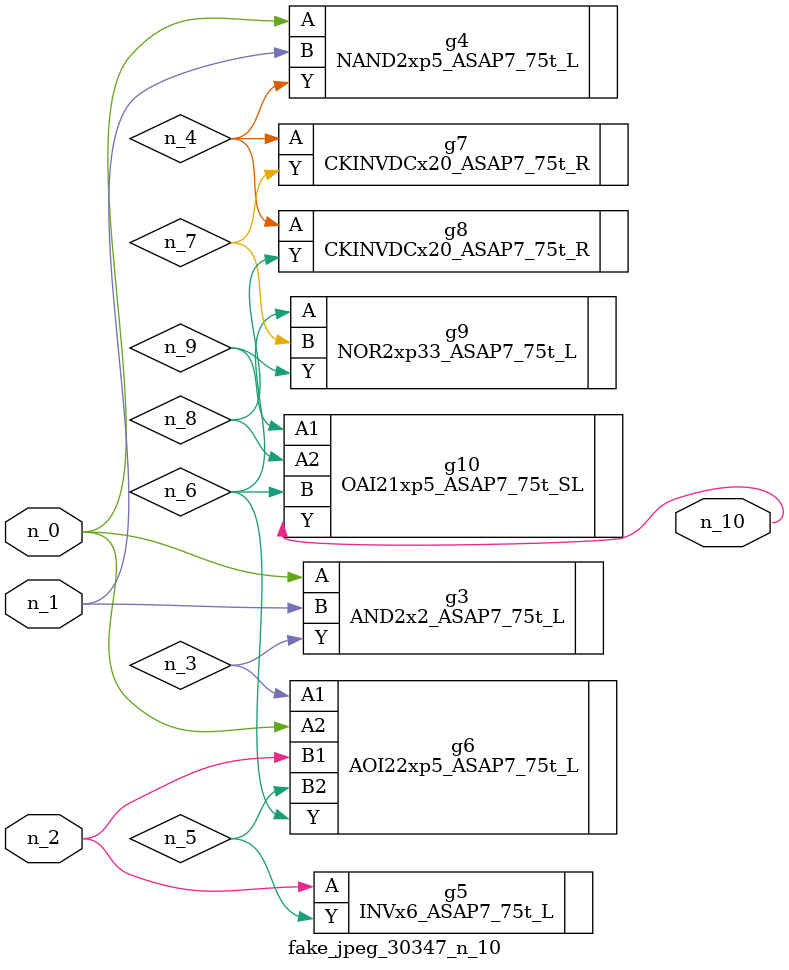
<source format=v>
module fake_jpeg_30347_n_10 (n_0, n_2, n_1, n_10);

input n_0;
input n_2;
input n_1;

output n_10;

wire n_3;
wire n_4;
wire n_8;
wire n_9;
wire n_6;
wire n_5;
wire n_7;

AND2x2_ASAP7_75t_L g3 ( 
.A(n_0),
.B(n_1),
.Y(n_3)
);

NAND2xp5_ASAP7_75t_L g4 ( 
.A(n_0),
.B(n_1),
.Y(n_4)
);

INVx6_ASAP7_75t_L g5 ( 
.A(n_2),
.Y(n_5)
);

AOI22xp5_ASAP7_75t_L g6 ( 
.A1(n_3),
.A2(n_0),
.B1(n_2),
.B2(n_5),
.Y(n_6)
);

NOR2xp33_ASAP7_75t_L g9 ( 
.A(n_6),
.B(n_7),
.Y(n_9)
);

CKINVDCx20_ASAP7_75t_R g7 ( 
.A(n_4),
.Y(n_7)
);

CKINVDCx20_ASAP7_75t_R g8 ( 
.A(n_4),
.Y(n_8)
);

OAI21xp5_ASAP7_75t_SL g10 ( 
.A1(n_9),
.A2(n_8),
.B(n_6),
.Y(n_10)
);


endmodule
</source>
